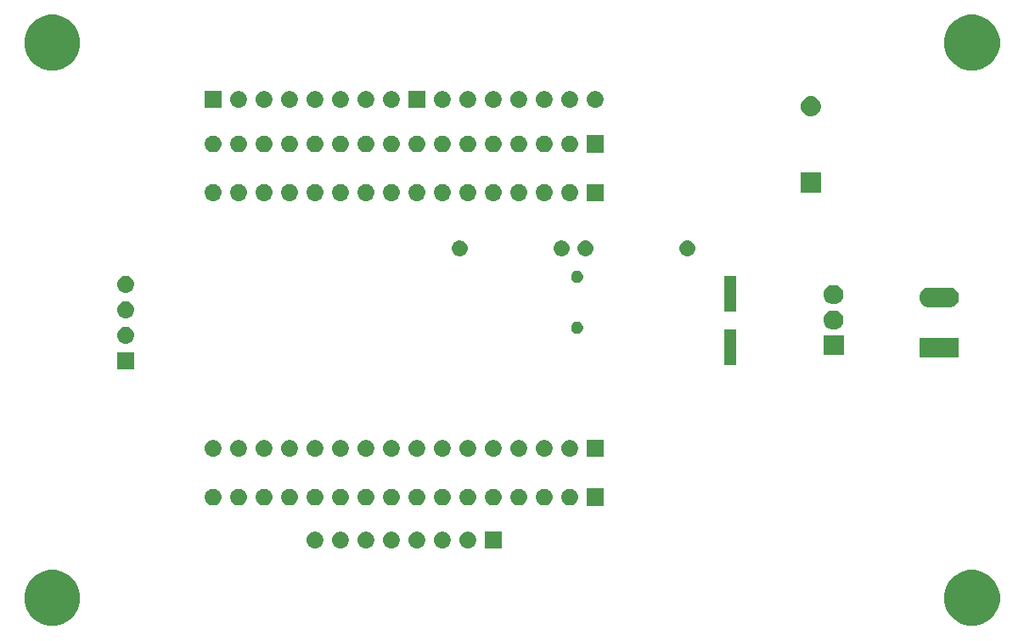
<source format=gbr>
%TF.GenerationSoftware,Flux,Pcbnew,7.0.11-7.0.11~ubuntu20.04.1*%
%TF.CreationDate,2025-03-04T17:49:28+00:00*%
%TF.ProjectId,input,696e7075-742e-46b6-9963-61645f706362,rev?*%
%TF.SameCoordinates,Original*%
%TF.FileFunction,Soldermask,Top*%
%TF.FilePolarity,Negative*%
%FSLAX46Y46*%
G04 Gerber Fmt 4.6, Leading zero omitted, Abs format (unit mm)*
G04 Filename: balance-board-2*
G04 Build it with Flux! Visit our site at: https://www.flux.ai (PCBNEW 7.0.11-7.0.11~ubuntu20.04.1) date 2025-03-04 17:49:28*
%MOMM*%
%LPD*%
G01*
G04 APERTURE LIST*
G04 APERTURE END LIST*
%TO.C,*%
G36*
X-19164620Y18590369D02*
G01*
X-18972453Y18479422D01*
X-18815550Y18322519D01*
X-18704603Y18130353D01*
X-18647172Y17916020D01*
X-18647172Y17694125D01*
X-18704602Y17479791D01*
X-18815549Y17287625D01*
X-18972452Y17130722D01*
X-19164618Y17019774D01*
X-19378952Y16962343D01*
X-19600846Y16962343D01*
X-19815180Y17019774D01*
X-20007347Y17130721D01*
X-20164250Y17287624D01*
X-20275197Y17479790D01*
X-20332628Y17694123D01*
X-20332628Y17916018D01*
X-20275198Y18130352D01*
X-20164251Y18322518D01*
X-20007348Y18479421D01*
X-19815182Y18590369D01*
X-19600848Y18647800D01*
X-19378954Y18647800D01*
X-19164620Y18590369D01*
G37*
G36*
X-14084620Y18590375D02*
G01*
X-13892453Y18479428D01*
X-13735550Y18322525D01*
X-13624603Y18130358D01*
X-13567172Y17916025D01*
X-13567172Y17694130D01*
X-13624602Y17479797D01*
X-13735549Y17287630D01*
X-13892452Y17130727D01*
X-14084618Y17019779D01*
X-14298952Y16962349D01*
X-14520846Y16962348D01*
X-14735180Y17019779D01*
X-14927347Y17130726D01*
X-15084250Y17287629D01*
X-15195197Y17479795D01*
X-15252628Y17694129D01*
X-15252628Y17916023D01*
X-15195198Y18130357D01*
X-15084251Y18322523D01*
X-14927348Y18479427D01*
X-14735182Y18590374D01*
X-14520848Y18647805D01*
X-14298954Y18647805D01*
X-14084620Y18590375D01*
G37*
G36*
X3695380Y18590393D02*
G01*
X3887547Y18479446D01*
X4044450Y18322543D01*
X4155397Y18130377D01*
X4212828Y17916043D01*
X4212828Y17694148D01*
X4155398Y17479815D01*
X4044451Y17287648D01*
X3887548Y17130745D01*
X3695382Y17019798D01*
X3481048Y16962367D01*
X3259154Y16962367D01*
X3044820Y17019797D01*
X2852653Y17130744D01*
X2695750Y17287647D01*
X2584803Y17479813D01*
X2527372Y17694147D01*
X2527372Y17916041D01*
X2584802Y18130375D01*
X2695749Y18322541D01*
X2852652Y18479445D01*
X3044818Y18590392D01*
X3259152Y18647823D01*
X3481046Y18647823D01*
X3695380Y18590393D01*
G37*
G36*
X-26784620Y18590362D02*
G01*
X-26592453Y18479415D01*
X-26435550Y18322512D01*
X-26324603Y18130345D01*
X-26267172Y17916012D01*
X-26267172Y17694117D01*
X-26324602Y17479784D01*
X-26435549Y17287617D01*
X-26592452Y17130714D01*
X-26784618Y17019766D01*
X-26998952Y16962336D01*
X-27220846Y16962335D01*
X-27435180Y17019766D01*
X-27627347Y17130713D01*
X-27784250Y17287616D01*
X-27895197Y17479782D01*
X-27952628Y17694116D01*
X-27952628Y17916010D01*
X-27895198Y18130344D01*
X-27784251Y18322510D01*
X-27627348Y18479414D01*
X-27435182Y18590361D01*
X-27220848Y18647792D01*
X-26998954Y18647792D01*
X-26784620Y18590362D01*
G37*
G36*
X-1384620Y18590388D02*
G01*
X-1192453Y18479441D01*
X-1035550Y18322538D01*
X-924603Y18130371D01*
X-867172Y17916038D01*
X-867172Y17694143D01*
X-924602Y17479810D01*
X-1035549Y17287643D01*
X-1192452Y17130740D01*
X-1384618Y17019792D01*
X-1598952Y16962362D01*
X-1820846Y16962361D01*
X-2035180Y17019792D01*
X-2227347Y17130739D01*
X-2384250Y17287642D01*
X-2495197Y17479808D01*
X-2552628Y17694142D01*
X-2552628Y17916036D01*
X-2495198Y18130370D01*
X-2384251Y18322536D01*
X-2227348Y18479439D01*
X-2035182Y18590387D01*
X-1820848Y18647818D01*
X-1598954Y18647818D01*
X-1384620Y18590388D01*
G37*
G36*
X6235380Y18590395D02*
G01*
X6427547Y18479448D01*
X6584450Y18322545D01*
X6695397Y18130379D01*
X6752828Y17916046D01*
X6752828Y17694151D01*
X6695398Y17479817D01*
X6584451Y17287651D01*
X6427548Y17130748D01*
X6235382Y17019800D01*
X6021048Y16962369D01*
X5799154Y16962369D01*
X5584820Y17019799D01*
X5392653Y17130747D01*
X5235750Y17287650D01*
X5124803Y17479816D01*
X5067372Y17694149D01*
X5067372Y17916044D01*
X5124802Y18130378D01*
X5235749Y18322544D01*
X5392652Y18479447D01*
X5584818Y18590395D01*
X5799152Y18647825D01*
X6021046Y18647826D01*
X6235380Y18590395D01*
G37*
G36*
X-24244620Y18590364D02*
G01*
X-24052453Y18479417D01*
X-23895550Y18322514D01*
X-23784603Y18130348D01*
X-23727172Y17916014D01*
X-23727172Y17694120D01*
X-23784602Y17479786D01*
X-23895549Y17287620D01*
X-24052452Y17130717D01*
X-24244618Y17019769D01*
X-24458952Y16962338D01*
X-24680846Y16962338D01*
X-24895180Y17019768D01*
X-25087347Y17130715D01*
X-25244250Y17287618D01*
X-25355197Y17479785D01*
X-25412628Y17694118D01*
X-25412628Y17916013D01*
X-25355198Y18130346D01*
X-25244251Y18322513D01*
X-25087348Y18479416D01*
X-24895182Y18590364D01*
X-24680848Y18647794D01*
X-24458954Y18647795D01*
X-24244620Y18590364D01*
G37*
G36*
X-3924620Y18590385D02*
G01*
X-3732453Y18479438D01*
X-3575550Y18322535D01*
X-3464603Y18130369D01*
X-3407172Y17916035D01*
X-3407172Y17694141D01*
X-3464602Y17479807D01*
X-3575549Y17287641D01*
X-3732452Y17130737D01*
X-3924618Y17019790D01*
X-4138952Y16962359D01*
X-4360846Y16962359D01*
X-4575180Y17019789D01*
X-4767347Y17130736D01*
X-4924250Y17287639D01*
X-5035197Y17479805D01*
X-5092628Y17694139D01*
X-5092628Y17916033D01*
X-5035198Y18130367D01*
X-4924251Y18322534D01*
X-4767348Y18479437D01*
X-4575182Y18590384D01*
X-4360848Y18647815D01*
X-4138954Y18647815D01*
X-3924620Y18590385D01*
G37*
G36*
X-21704620Y18590367D02*
G01*
X-21512453Y18479420D01*
X-21355550Y18322517D01*
X-21244603Y18130351D01*
X-21187172Y17916017D01*
X-21187172Y17694123D01*
X-21244602Y17479789D01*
X-21355549Y17287622D01*
X-21512452Y17130719D01*
X-21704618Y17019772D01*
X-21918952Y16962341D01*
X-22140846Y16962341D01*
X-22355180Y17019771D01*
X-22547347Y17130718D01*
X-22704250Y17287621D01*
X-22815197Y17479787D01*
X-22872628Y17694121D01*
X-22872628Y17916015D01*
X-22815198Y18130349D01*
X-22704251Y18322515D01*
X-22547348Y18479419D01*
X-22355182Y18590366D01*
X-22140848Y18647797D01*
X-21918954Y18647797D01*
X-21704620Y18590367D01*
G37*
G36*
X9300101Y16955101D02*
G01*
X7600101Y16955099D01*
X7600099Y18655099D01*
X9300099Y18655101D01*
X9300101Y16955101D01*
G37*
G36*
X-29324620Y18590359D02*
G01*
X-29132453Y18479412D01*
X-28975550Y18322509D01*
X-28864603Y18130343D01*
X-28807172Y17916009D01*
X-28807172Y17694115D01*
X-28864602Y17479781D01*
X-28975549Y17287615D01*
X-29132452Y17130711D01*
X-29324618Y17019764D01*
X-29538952Y16962333D01*
X-29760846Y16962333D01*
X-29975180Y17019763D01*
X-30167347Y17130710D01*
X-30324250Y17287613D01*
X-30435197Y17479779D01*
X-30492628Y17694113D01*
X-30492628Y17916008D01*
X-30435198Y18130341D01*
X-30324251Y18322508D01*
X-30167348Y18479411D01*
X-29975182Y18590358D01*
X-29760848Y18647789D01*
X-29538954Y18647789D01*
X-29324620Y18590359D01*
G37*
G36*
X-9004620Y18590380D02*
G01*
X-8812453Y18479433D01*
X-8655550Y18322530D01*
X-8544603Y18130364D01*
X-8487172Y17916030D01*
X-8487172Y17694135D01*
X-8544602Y17479802D01*
X-8655549Y17287635D01*
X-8812452Y17130732D01*
X-9004618Y17019785D01*
X-9218952Y16962354D01*
X-9440846Y16962354D01*
X-9655180Y17019784D01*
X-9847347Y17130731D01*
X-10004250Y17287634D01*
X-10115197Y17479800D01*
X-10172628Y17694134D01*
X-10172628Y17916028D01*
X-10115198Y18130362D01*
X-10004251Y18322528D01*
X-9847348Y18479432D01*
X-9655182Y18590379D01*
X-9440848Y18647810D01*
X-9218954Y18647810D01*
X-9004620Y18590380D01*
G37*
G36*
X-11544620Y18590377D02*
G01*
X-11352453Y18479430D01*
X-11195550Y18322527D01*
X-11084603Y18130361D01*
X-11027172Y17916027D01*
X-11027172Y17694133D01*
X-11084602Y17479799D01*
X-11195549Y17287633D01*
X-11352452Y17130729D01*
X-11544618Y17019782D01*
X-11758952Y16962351D01*
X-11980846Y16962351D01*
X-12195180Y17019781D01*
X-12387347Y17130728D01*
X-12544250Y17287631D01*
X-12655197Y17479798D01*
X-12712628Y17694131D01*
X-12712628Y17916026D01*
X-12655198Y18130359D01*
X-12544251Y18322526D01*
X-12387348Y18479429D01*
X-12195182Y18590377D01*
X-11980848Y18647807D01*
X-11758954Y18647808D01*
X-11544620Y18590377D01*
G37*
G36*
X-16624620Y18590372D02*
G01*
X-16432453Y18479425D01*
X-16275550Y18322522D01*
X-16164603Y18130356D01*
X-16107172Y17916022D01*
X-16107172Y17694128D01*
X-16164602Y17479794D01*
X-16275549Y17287628D01*
X-16432452Y17130724D01*
X-16624618Y17019777D01*
X-16838952Y16962346D01*
X-17060846Y16962346D01*
X-17275180Y17019776D01*
X-17467347Y17130723D01*
X-17624250Y17287626D01*
X-17735197Y17479792D01*
X-17792628Y17694126D01*
X-17792628Y17916021D01*
X-17735198Y18130354D01*
X-17624251Y18322521D01*
X-17467348Y18479424D01*
X-17275182Y18590371D01*
X-17060848Y18647802D01*
X-16838954Y18647802D01*
X-16624620Y18590372D01*
G37*
G36*
X-6464620Y18590382D02*
G01*
X-6272453Y18479435D01*
X-6115550Y18322532D01*
X-6004603Y18130366D01*
X-5947172Y17916033D01*
X-5947172Y17694138D01*
X-6004602Y17479804D01*
X-6115549Y17287638D01*
X-6272452Y17130735D01*
X-6464618Y17019787D01*
X-6678952Y16962356D01*
X-6900846Y16962356D01*
X-7115180Y17019787D01*
X-7307347Y17130734D01*
X-7464250Y17287637D01*
X-7575197Y17479803D01*
X-7632628Y17694136D01*
X-7632628Y17916031D01*
X-7575198Y18130365D01*
X-7464251Y18322531D01*
X-7307348Y18479434D01*
X-7115182Y18590382D01*
X-6900848Y18647812D01*
X-6678954Y18647813D01*
X-6464620Y18590382D01*
G37*
G36*
X1155380Y18590390D02*
G01*
X1347547Y18479443D01*
X1504450Y18322540D01*
X1615397Y18130374D01*
X1672828Y17916040D01*
X1672828Y17694146D01*
X1615398Y17479812D01*
X1504451Y17287646D01*
X1347548Y17130742D01*
X1155382Y17019795D01*
X941048Y16962364D01*
X719154Y16962364D01*
X504820Y17019794D01*
X312653Y17130741D01*
X155750Y17287644D01*
X44803Y17479811D01*
X-12628Y17694144D01*
X-12628Y17916039D01*
X44802Y18130372D01*
X155749Y18322539D01*
X312652Y18479442D01*
X504818Y18590390D01*
X719152Y18647820D01*
X941046Y18647820D01*
X1155380Y18590390D01*
G37*
G36*
X-19164620Y13757869D02*
G01*
X-18972453Y13646922D01*
X-18815550Y13490019D01*
X-18704603Y13297853D01*
X-18647172Y13083520D01*
X-18647172Y12861625D01*
X-18704602Y12647291D01*
X-18815549Y12455125D01*
X-18972452Y12298222D01*
X-19164618Y12187274D01*
X-19378952Y12129843D01*
X-19600846Y12129843D01*
X-19815180Y12187274D01*
X-20007347Y12298221D01*
X-20164250Y12455124D01*
X-20275197Y12647290D01*
X-20332628Y12861623D01*
X-20332628Y13083518D01*
X-20275198Y13297852D01*
X-20164251Y13490018D01*
X-20007348Y13646921D01*
X-19815182Y13757869D01*
X-19600848Y13815300D01*
X-19378954Y13815300D01*
X-19164620Y13757869D01*
G37*
G36*
X-14084620Y13757875D02*
G01*
X-13892453Y13646928D01*
X-13735550Y13490025D01*
X-13624603Y13297858D01*
X-13567172Y13083525D01*
X-13567172Y12861630D01*
X-13624602Y12647297D01*
X-13735549Y12455130D01*
X-13892452Y12298227D01*
X-14084618Y12187279D01*
X-14298952Y12129849D01*
X-14520846Y12129848D01*
X-14735180Y12187279D01*
X-14927347Y12298226D01*
X-15084250Y12455129D01*
X-15195197Y12647295D01*
X-15252628Y12861629D01*
X-15252628Y13083523D01*
X-15195198Y13297857D01*
X-15084251Y13490023D01*
X-14927348Y13646927D01*
X-14735182Y13757874D01*
X-14520848Y13815305D01*
X-14298954Y13815305D01*
X-14084620Y13757875D01*
G37*
G36*
X3695380Y13757893D02*
G01*
X3887547Y13646946D01*
X4044450Y13490043D01*
X4155397Y13297877D01*
X4212828Y13083543D01*
X4212828Y12861648D01*
X4155398Y12647315D01*
X4044451Y12455148D01*
X3887548Y12298245D01*
X3695382Y12187298D01*
X3481048Y12129867D01*
X3259154Y12129867D01*
X3044820Y12187297D01*
X2852653Y12298244D01*
X2695750Y12455147D01*
X2584803Y12647313D01*
X2527372Y12861647D01*
X2527372Y13083541D01*
X2584802Y13297875D01*
X2695749Y13490041D01*
X2852652Y13646945D01*
X3044818Y13757892D01*
X3259152Y13815323D01*
X3481046Y13815323D01*
X3695380Y13757893D01*
G37*
G36*
X-26784620Y13757862D02*
G01*
X-26592453Y13646915D01*
X-26435550Y13490012D01*
X-26324603Y13297845D01*
X-26267172Y13083512D01*
X-26267172Y12861617D01*
X-26324602Y12647284D01*
X-26435549Y12455117D01*
X-26592452Y12298214D01*
X-26784618Y12187266D01*
X-26998952Y12129836D01*
X-27220846Y12129835D01*
X-27435180Y12187266D01*
X-27627347Y12298213D01*
X-27784250Y12455116D01*
X-27895197Y12647282D01*
X-27952628Y12861616D01*
X-27952628Y13083510D01*
X-27895198Y13297844D01*
X-27784251Y13490010D01*
X-27627348Y13646914D01*
X-27435182Y13757861D01*
X-27220848Y13815292D01*
X-26998954Y13815292D01*
X-26784620Y13757862D01*
G37*
G36*
X-1384620Y13757888D02*
G01*
X-1192453Y13646941D01*
X-1035550Y13490038D01*
X-924603Y13297871D01*
X-867172Y13083538D01*
X-867172Y12861643D01*
X-924602Y12647310D01*
X-1035549Y12455143D01*
X-1192452Y12298240D01*
X-1384618Y12187292D01*
X-1598952Y12129862D01*
X-1820846Y12129861D01*
X-2035180Y12187292D01*
X-2227347Y12298239D01*
X-2384250Y12455142D01*
X-2495197Y12647308D01*
X-2552628Y12861642D01*
X-2552628Y13083536D01*
X-2495198Y13297870D01*
X-2384251Y13490036D01*
X-2227348Y13646939D01*
X-2035182Y13757887D01*
X-1820848Y13815318D01*
X-1598954Y13815318D01*
X-1384620Y13757888D01*
G37*
G36*
X6235380Y13757895D02*
G01*
X6427547Y13646948D01*
X6584450Y13490045D01*
X6695397Y13297879D01*
X6752828Y13083546D01*
X6752828Y12861651D01*
X6695398Y12647317D01*
X6584451Y12455151D01*
X6427548Y12298248D01*
X6235382Y12187300D01*
X6021048Y12129869D01*
X5799154Y12129869D01*
X5584820Y12187299D01*
X5392653Y12298247D01*
X5235750Y12455150D01*
X5124803Y12647316D01*
X5067372Y12861649D01*
X5067372Y13083544D01*
X5124802Y13297878D01*
X5235749Y13490044D01*
X5392652Y13646947D01*
X5584818Y13757895D01*
X5799152Y13815325D01*
X6021046Y13815326D01*
X6235380Y13757895D01*
G37*
G36*
X-24244620Y13757864D02*
G01*
X-24052453Y13646917D01*
X-23895550Y13490014D01*
X-23784603Y13297848D01*
X-23727172Y13083514D01*
X-23727172Y12861620D01*
X-23784602Y12647286D01*
X-23895549Y12455120D01*
X-24052452Y12298217D01*
X-24244618Y12187269D01*
X-24458952Y12129838D01*
X-24680846Y12129838D01*
X-24895180Y12187268D01*
X-25087347Y12298215D01*
X-25244250Y12455118D01*
X-25355197Y12647285D01*
X-25412628Y12861618D01*
X-25412628Y13083513D01*
X-25355198Y13297846D01*
X-25244251Y13490013D01*
X-25087348Y13646916D01*
X-24895182Y13757864D01*
X-24680848Y13815294D01*
X-24458954Y13815295D01*
X-24244620Y13757864D01*
G37*
G36*
X-3924620Y13757885D02*
G01*
X-3732453Y13646938D01*
X-3575550Y13490035D01*
X-3464603Y13297869D01*
X-3407172Y13083535D01*
X-3407172Y12861641D01*
X-3464602Y12647307D01*
X-3575549Y12455141D01*
X-3732452Y12298237D01*
X-3924618Y12187290D01*
X-4138952Y12129859D01*
X-4360846Y12129859D01*
X-4575180Y12187289D01*
X-4767347Y12298236D01*
X-4924250Y12455139D01*
X-5035197Y12647305D01*
X-5092628Y12861639D01*
X-5092628Y13083533D01*
X-5035198Y13297867D01*
X-4924251Y13490034D01*
X-4767348Y13646937D01*
X-4575182Y13757884D01*
X-4360848Y13815315D01*
X-4138954Y13815315D01*
X-3924620Y13757885D01*
G37*
G36*
X-21704620Y13757867D02*
G01*
X-21512453Y13646920D01*
X-21355550Y13490017D01*
X-21244603Y13297851D01*
X-21187172Y13083517D01*
X-21187172Y12861623D01*
X-21244602Y12647289D01*
X-21355549Y12455122D01*
X-21512452Y12298219D01*
X-21704618Y12187272D01*
X-21918952Y12129841D01*
X-22140846Y12129841D01*
X-22355180Y12187271D01*
X-22547347Y12298218D01*
X-22704250Y12455121D01*
X-22815197Y12647287D01*
X-22872628Y12861621D01*
X-22872628Y13083515D01*
X-22815198Y13297849D01*
X-22704251Y13490015D01*
X-22547348Y13646919D01*
X-22355182Y13757866D01*
X-22140848Y13815297D01*
X-21918954Y13815297D01*
X-21704620Y13757867D01*
G37*
G36*
X9300101Y12122601D02*
G01*
X7600101Y12122599D01*
X7600099Y13822599D01*
X9300099Y13822601D01*
X9300101Y12122601D01*
G37*
G36*
X-29324620Y13757859D02*
G01*
X-29132453Y13646912D01*
X-28975550Y13490009D01*
X-28864603Y13297843D01*
X-28807172Y13083509D01*
X-28807172Y12861615D01*
X-28864602Y12647281D01*
X-28975549Y12455115D01*
X-29132452Y12298211D01*
X-29324618Y12187264D01*
X-29538952Y12129833D01*
X-29760846Y12129833D01*
X-29975180Y12187263D01*
X-30167347Y12298210D01*
X-30324250Y12455113D01*
X-30435197Y12647279D01*
X-30492628Y12861613D01*
X-30492628Y13083508D01*
X-30435198Y13297841D01*
X-30324251Y13490008D01*
X-30167348Y13646911D01*
X-29975182Y13757858D01*
X-29760848Y13815289D01*
X-29538954Y13815289D01*
X-29324620Y13757859D01*
G37*
G36*
X-9004620Y13757880D02*
G01*
X-8812453Y13646933D01*
X-8655550Y13490030D01*
X-8544603Y13297864D01*
X-8487172Y13083530D01*
X-8487172Y12861635D01*
X-8544602Y12647302D01*
X-8655549Y12455135D01*
X-8812452Y12298232D01*
X-9004618Y12187285D01*
X-9218952Y12129854D01*
X-9440846Y12129854D01*
X-9655180Y12187284D01*
X-9847347Y12298231D01*
X-10004250Y12455134D01*
X-10115197Y12647300D01*
X-10172628Y12861634D01*
X-10172628Y13083528D01*
X-10115198Y13297862D01*
X-10004251Y13490028D01*
X-9847348Y13646932D01*
X-9655182Y13757879D01*
X-9440848Y13815310D01*
X-9218954Y13815310D01*
X-9004620Y13757880D01*
G37*
G36*
X-11544620Y13757877D02*
G01*
X-11352453Y13646930D01*
X-11195550Y13490027D01*
X-11084603Y13297861D01*
X-11027172Y13083527D01*
X-11027172Y12861633D01*
X-11084602Y12647299D01*
X-11195549Y12455133D01*
X-11352452Y12298229D01*
X-11544618Y12187282D01*
X-11758952Y12129851D01*
X-11980846Y12129851D01*
X-12195180Y12187281D01*
X-12387347Y12298228D01*
X-12544250Y12455131D01*
X-12655197Y12647298D01*
X-12712628Y12861631D01*
X-12712628Y13083526D01*
X-12655198Y13297859D01*
X-12544251Y13490026D01*
X-12387348Y13646929D01*
X-12195182Y13757877D01*
X-11980848Y13815307D01*
X-11758954Y13815308D01*
X-11544620Y13757877D01*
G37*
G36*
X-16624620Y13757872D02*
G01*
X-16432453Y13646925D01*
X-16275550Y13490022D01*
X-16164603Y13297856D01*
X-16107172Y13083522D01*
X-16107172Y12861628D01*
X-16164602Y12647294D01*
X-16275549Y12455128D01*
X-16432452Y12298224D01*
X-16624618Y12187277D01*
X-16838952Y12129846D01*
X-17060846Y12129846D01*
X-17275180Y12187276D01*
X-17467347Y12298223D01*
X-17624250Y12455126D01*
X-17735197Y12647292D01*
X-17792628Y12861626D01*
X-17792628Y13083521D01*
X-17735198Y13297854D01*
X-17624251Y13490021D01*
X-17467348Y13646924D01*
X-17275182Y13757871D01*
X-17060848Y13815302D01*
X-16838954Y13815302D01*
X-16624620Y13757872D01*
G37*
G36*
X-6464620Y13757882D02*
G01*
X-6272453Y13646935D01*
X-6115550Y13490032D01*
X-6004603Y13297866D01*
X-5947172Y13083533D01*
X-5947172Y12861638D01*
X-6004602Y12647304D01*
X-6115549Y12455138D01*
X-6272452Y12298235D01*
X-6464618Y12187287D01*
X-6678952Y12129856D01*
X-6900846Y12129856D01*
X-7115180Y12187287D01*
X-7307347Y12298234D01*
X-7464250Y12455137D01*
X-7575197Y12647303D01*
X-7632628Y12861636D01*
X-7632628Y13083531D01*
X-7575198Y13297865D01*
X-7464251Y13490031D01*
X-7307348Y13646934D01*
X-7115182Y13757882D01*
X-6900848Y13815312D01*
X-6678954Y13815313D01*
X-6464620Y13757882D01*
G37*
G36*
X1155380Y13757890D02*
G01*
X1347547Y13646943D01*
X1504450Y13490040D01*
X1615397Y13297874D01*
X1672828Y13083540D01*
X1672828Y12861646D01*
X1615398Y12647312D01*
X1504451Y12455146D01*
X1347548Y12298242D01*
X1155382Y12187295D01*
X941048Y12129864D01*
X719154Y12129864D01*
X504820Y12187294D01*
X312653Y12298241D01*
X155750Y12455144D01*
X44803Y12647311D01*
X-12628Y12861644D01*
X-12628Y13083539D01*
X44802Y13297872D01*
X155749Y13490039D01*
X312652Y13646942D01*
X504818Y13757890D01*
X719152Y13815320D01*
X941046Y13815320D01*
X1155380Y13757890D01*
G37*
G36*
X-19164620Y-16633431D02*
G01*
X-18972453Y-16744378D01*
X-18815550Y-16901281D01*
X-18704603Y-17093447D01*
X-18647172Y-17307780D01*
X-18647172Y-17529675D01*
X-18704602Y-17744009D01*
X-18815549Y-17936175D01*
X-18972452Y-18093078D01*
X-19164618Y-18204026D01*
X-19378952Y-18261457D01*
X-19600846Y-18261457D01*
X-19815180Y-18204026D01*
X-20007347Y-18093079D01*
X-20164250Y-17936176D01*
X-20275197Y-17744010D01*
X-20332628Y-17529677D01*
X-20332628Y-17307782D01*
X-20275198Y-17093448D01*
X-20164251Y-16901282D01*
X-20007348Y-16744379D01*
X-19815182Y-16633431D01*
X-19600848Y-16576000D01*
X-19378954Y-16576000D01*
X-19164620Y-16633431D01*
G37*
G36*
X-14084620Y-16633425D02*
G01*
X-13892453Y-16744372D01*
X-13735550Y-16901275D01*
X-13624603Y-17093442D01*
X-13567172Y-17307775D01*
X-13567172Y-17529670D01*
X-13624602Y-17744003D01*
X-13735549Y-17936170D01*
X-13892452Y-18093073D01*
X-14084618Y-18204021D01*
X-14298952Y-18261451D01*
X-14520846Y-18261452D01*
X-14735180Y-18204021D01*
X-14927347Y-18093074D01*
X-15084250Y-17936171D01*
X-15195197Y-17744005D01*
X-15252628Y-17529671D01*
X-15252628Y-17307777D01*
X-15195198Y-17093443D01*
X-15084251Y-16901277D01*
X-14927348Y-16744373D01*
X-14735182Y-16633426D01*
X-14520848Y-16575995D01*
X-14298954Y-16575995D01*
X-14084620Y-16633425D01*
G37*
G36*
X3695380Y-16633407D02*
G01*
X3887547Y-16744354D01*
X4044450Y-16901257D01*
X4155397Y-17093423D01*
X4212828Y-17307757D01*
X4212828Y-17529652D01*
X4155398Y-17743985D01*
X4044451Y-17936152D01*
X3887548Y-18093055D01*
X3695382Y-18204002D01*
X3481048Y-18261433D01*
X3259154Y-18261433D01*
X3044820Y-18204003D01*
X2852653Y-18093056D01*
X2695750Y-17936153D01*
X2584803Y-17743987D01*
X2527372Y-17529653D01*
X2527372Y-17307759D01*
X2584802Y-17093425D01*
X2695749Y-16901259D01*
X2852652Y-16744355D01*
X3044818Y-16633408D01*
X3259152Y-16575977D01*
X3481046Y-16575977D01*
X3695380Y-16633407D01*
G37*
G36*
X-26784620Y-16633438D02*
G01*
X-26592453Y-16744385D01*
X-26435550Y-16901288D01*
X-26324603Y-17093455D01*
X-26267172Y-17307788D01*
X-26267172Y-17529683D01*
X-26324602Y-17744016D01*
X-26435549Y-17936183D01*
X-26592452Y-18093086D01*
X-26784618Y-18204034D01*
X-26998952Y-18261464D01*
X-27220846Y-18261465D01*
X-27435180Y-18204034D01*
X-27627347Y-18093087D01*
X-27784250Y-17936184D01*
X-27895197Y-17744018D01*
X-27952628Y-17529684D01*
X-27952628Y-17307790D01*
X-27895198Y-17093456D01*
X-27784251Y-16901290D01*
X-27627348Y-16744386D01*
X-27435182Y-16633439D01*
X-27220848Y-16576008D01*
X-26998954Y-16576008D01*
X-26784620Y-16633438D01*
G37*
G36*
X-1384620Y-16633412D02*
G01*
X-1192453Y-16744359D01*
X-1035550Y-16901262D01*
X-924603Y-17093429D01*
X-867172Y-17307762D01*
X-867172Y-17529657D01*
X-924602Y-17743990D01*
X-1035549Y-17936157D01*
X-1192452Y-18093060D01*
X-1384618Y-18204008D01*
X-1598952Y-18261438D01*
X-1820846Y-18261439D01*
X-2035180Y-18204008D01*
X-2227347Y-18093061D01*
X-2384250Y-17936158D01*
X-2495197Y-17743992D01*
X-2552628Y-17529658D01*
X-2552628Y-17307764D01*
X-2495198Y-17093430D01*
X-2384251Y-16901264D01*
X-2227348Y-16744361D01*
X-2035182Y-16633413D01*
X-1820848Y-16575982D01*
X-1598954Y-16575982D01*
X-1384620Y-16633412D01*
G37*
G36*
X6235380Y-16633405D02*
G01*
X6427547Y-16744352D01*
X6584450Y-16901255D01*
X6695397Y-17093421D01*
X6752828Y-17307754D01*
X6752828Y-17529649D01*
X6695398Y-17743983D01*
X6584451Y-17936149D01*
X6427548Y-18093052D01*
X6235382Y-18204000D01*
X6021048Y-18261431D01*
X5799154Y-18261431D01*
X5584820Y-18204001D01*
X5392653Y-18093053D01*
X5235750Y-17936150D01*
X5124803Y-17743984D01*
X5067372Y-17529651D01*
X5067372Y-17307756D01*
X5124802Y-17093422D01*
X5235749Y-16901256D01*
X5392652Y-16744353D01*
X5584818Y-16633405D01*
X5799152Y-16575975D01*
X6021046Y-16575974D01*
X6235380Y-16633405D01*
G37*
G36*
X-24244620Y-16633436D02*
G01*
X-24052453Y-16744383D01*
X-23895550Y-16901286D01*
X-23784603Y-17093452D01*
X-23727172Y-17307786D01*
X-23727172Y-17529680D01*
X-23784602Y-17744014D01*
X-23895549Y-17936180D01*
X-24052452Y-18093083D01*
X-24244618Y-18204031D01*
X-24458952Y-18261462D01*
X-24680846Y-18261462D01*
X-24895180Y-18204032D01*
X-25087347Y-18093085D01*
X-25244250Y-17936182D01*
X-25355197Y-17744015D01*
X-25412628Y-17529682D01*
X-25412628Y-17307787D01*
X-25355198Y-17093454D01*
X-25244251Y-16901287D01*
X-25087348Y-16744384D01*
X-24895182Y-16633436D01*
X-24680848Y-16576006D01*
X-24458954Y-16576005D01*
X-24244620Y-16633436D01*
G37*
G36*
X-3924620Y-16633415D02*
G01*
X-3732453Y-16744362D01*
X-3575550Y-16901265D01*
X-3464603Y-17093431D01*
X-3407172Y-17307765D01*
X-3407172Y-17529659D01*
X-3464602Y-17743993D01*
X-3575549Y-17936159D01*
X-3732452Y-18093063D01*
X-3924618Y-18204010D01*
X-4138952Y-18261441D01*
X-4360846Y-18261441D01*
X-4575180Y-18204011D01*
X-4767347Y-18093064D01*
X-4924250Y-17936161D01*
X-5035197Y-17743995D01*
X-5092628Y-17529661D01*
X-5092628Y-17307767D01*
X-5035198Y-17093433D01*
X-4924251Y-16901266D01*
X-4767348Y-16744363D01*
X-4575182Y-16633416D01*
X-4360848Y-16575985D01*
X-4138954Y-16575985D01*
X-3924620Y-16633415D01*
G37*
G36*
X-21704620Y-16633433D02*
G01*
X-21512453Y-16744380D01*
X-21355550Y-16901283D01*
X-21244603Y-17093449D01*
X-21187172Y-17307783D01*
X-21187172Y-17529677D01*
X-21244602Y-17744011D01*
X-21355549Y-17936178D01*
X-21512452Y-18093081D01*
X-21704618Y-18204028D01*
X-21918952Y-18261459D01*
X-22140846Y-18261459D01*
X-22355180Y-18204029D01*
X-22547347Y-18093082D01*
X-22704250Y-17936179D01*
X-22815197Y-17744013D01*
X-22872628Y-17529679D01*
X-22872628Y-17307785D01*
X-22815198Y-17093451D01*
X-22704251Y-16901285D01*
X-22547348Y-16744381D01*
X-22355182Y-16633434D01*
X-22140848Y-16576003D01*
X-21918954Y-16576003D01*
X-21704620Y-16633433D01*
G37*
G36*
X9300101Y-18268699D02*
G01*
X7600101Y-18268701D01*
X7600099Y-16568701D01*
X9300099Y-16568699D01*
X9300101Y-18268699D01*
G37*
G36*
X-29324620Y-16633441D02*
G01*
X-29132453Y-16744388D01*
X-28975550Y-16901291D01*
X-28864603Y-17093457D01*
X-28807172Y-17307791D01*
X-28807172Y-17529685D01*
X-28864602Y-17744019D01*
X-28975549Y-17936185D01*
X-29132452Y-18093089D01*
X-29324618Y-18204036D01*
X-29538952Y-18261467D01*
X-29760846Y-18261467D01*
X-29975180Y-18204037D01*
X-30167347Y-18093090D01*
X-30324250Y-17936187D01*
X-30435197Y-17744021D01*
X-30492628Y-17529687D01*
X-30492628Y-17307792D01*
X-30435198Y-17093459D01*
X-30324251Y-16901292D01*
X-30167348Y-16744389D01*
X-29975182Y-16633442D01*
X-29760848Y-16576011D01*
X-29538954Y-16576011D01*
X-29324620Y-16633441D01*
G37*
G36*
X-9004620Y-16633420D02*
G01*
X-8812453Y-16744367D01*
X-8655550Y-16901270D01*
X-8544603Y-17093436D01*
X-8487172Y-17307770D01*
X-8487172Y-17529665D01*
X-8544602Y-17743998D01*
X-8655549Y-17936165D01*
X-8812452Y-18093068D01*
X-9004618Y-18204015D01*
X-9218952Y-18261446D01*
X-9440846Y-18261446D01*
X-9655180Y-18204016D01*
X-9847347Y-18093069D01*
X-10004250Y-17936166D01*
X-10115197Y-17744000D01*
X-10172628Y-17529666D01*
X-10172628Y-17307772D01*
X-10115198Y-17093438D01*
X-10004251Y-16901272D01*
X-9847348Y-16744368D01*
X-9655182Y-16633421D01*
X-9440848Y-16575990D01*
X-9218954Y-16575990D01*
X-9004620Y-16633420D01*
G37*
G36*
X-11544620Y-16633423D02*
G01*
X-11352453Y-16744370D01*
X-11195550Y-16901273D01*
X-11084603Y-17093439D01*
X-11027172Y-17307773D01*
X-11027172Y-17529667D01*
X-11084602Y-17744001D01*
X-11195549Y-17936167D01*
X-11352452Y-18093071D01*
X-11544618Y-18204018D01*
X-11758952Y-18261449D01*
X-11980846Y-18261449D01*
X-12195180Y-18204019D01*
X-12387347Y-18093072D01*
X-12544250Y-17936169D01*
X-12655197Y-17744002D01*
X-12712628Y-17529669D01*
X-12712628Y-17307774D01*
X-12655198Y-17093441D01*
X-12544251Y-16901274D01*
X-12387348Y-16744371D01*
X-12195182Y-16633423D01*
X-11980848Y-16575993D01*
X-11758954Y-16575992D01*
X-11544620Y-16633423D01*
G37*
G36*
X-16624620Y-16633428D02*
G01*
X-16432453Y-16744375D01*
X-16275550Y-16901278D01*
X-16164603Y-17093444D01*
X-16107172Y-17307778D01*
X-16107172Y-17529672D01*
X-16164602Y-17744006D01*
X-16275549Y-17936172D01*
X-16432452Y-18093076D01*
X-16624618Y-18204023D01*
X-16838952Y-18261454D01*
X-17060846Y-18261454D01*
X-17275180Y-18204024D01*
X-17467347Y-18093077D01*
X-17624250Y-17936174D01*
X-17735197Y-17744008D01*
X-17792628Y-17529674D01*
X-17792628Y-17307779D01*
X-17735198Y-17093446D01*
X-17624251Y-16901279D01*
X-17467348Y-16744376D01*
X-17275182Y-16633429D01*
X-17060848Y-16575998D01*
X-16838954Y-16575998D01*
X-16624620Y-16633428D01*
G37*
G36*
X-6464620Y-16633418D02*
G01*
X-6272453Y-16744365D01*
X-6115550Y-16901268D01*
X-6004603Y-17093434D01*
X-5947172Y-17307767D01*
X-5947172Y-17529662D01*
X-6004602Y-17743996D01*
X-6115549Y-17936162D01*
X-6272452Y-18093065D01*
X-6464618Y-18204013D01*
X-6678952Y-18261444D01*
X-6900846Y-18261444D01*
X-7115180Y-18204013D01*
X-7307347Y-18093066D01*
X-7464250Y-17936163D01*
X-7575197Y-17743997D01*
X-7632628Y-17529664D01*
X-7632628Y-17307769D01*
X-7575198Y-17093435D01*
X-7464251Y-16901269D01*
X-7307348Y-16744366D01*
X-7115182Y-16633418D01*
X-6900848Y-16575988D01*
X-6678954Y-16575987D01*
X-6464620Y-16633418D01*
G37*
G36*
X1155380Y-16633410D02*
G01*
X1347547Y-16744357D01*
X1504450Y-16901260D01*
X1615397Y-17093426D01*
X1672828Y-17307760D01*
X1672828Y-17529654D01*
X1615398Y-17743988D01*
X1504451Y-17936154D01*
X1347548Y-18093058D01*
X1155382Y-18204005D01*
X941048Y-18261436D01*
X719154Y-18261436D01*
X504820Y-18204006D01*
X312653Y-18093059D01*
X155750Y-17936156D01*
X44803Y-17743989D01*
X-12628Y-17529656D01*
X-12628Y-17307761D01*
X44802Y-17093428D01*
X155749Y-16901261D01*
X312652Y-16744358D01*
X504818Y-16633410D01*
X719152Y-16575980D01*
X941046Y-16575980D01*
X1155380Y-16633410D01*
G37*
G36*
X-19164620Y-11766331D02*
G01*
X-18972453Y-11877278D01*
X-18815550Y-12034181D01*
X-18704603Y-12226347D01*
X-18647172Y-12440680D01*
X-18647172Y-12662575D01*
X-18704602Y-12876909D01*
X-18815549Y-13069075D01*
X-18972452Y-13225978D01*
X-19164618Y-13336926D01*
X-19378952Y-13394357D01*
X-19600846Y-13394357D01*
X-19815180Y-13336926D01*
X-20007347Y-13225979D01*
X-20164250Y-13069076D01*
X-20275197Y-12876910D01*
X-20332628Y-12662577D01*
X-20332628Y-12440682D01*
X-20275198Y-12226348D01*
X-20164251Y-12034182D01*
X-20007348Y-11877279D01*
X-19815182Y-11766331D01*
X-19600848Y-11708900D01*
X-19378954Y-11708900D01*
X-19164620Y-11766331D01*
G37*
G36*
X-14084620Y-11766325D02*
G01*
X-13892453Y-11877272D01*
X-13735550Y-12034175D01*
X-13624603Y-12226342D01*
X-13567172Y-12440675D01*
X-13567172Y-12662570D01*
X-13624602Y-12876903D01*
X-13735549Y-13069070D01*
X-13892452Y-13225973D01*
X-14084618Y-13336921D01*
X-14298952Y-13394351D01*
X-14520846Y-13394352D01*
X-14735180Y-13336921D01*
X-14927347Y-13225974D01*
X-15084250Y-13069071D01*
X-15195197Y-12876905D01*
X-15252628Y-12662571D01*
X-15252628Y-12440677D01*
X-15195198Y-12226343D01*
X-15084251Y-12034177D01*
X-14927348Y-11877273D01*
X-14735182Y-11766326D01*
X-14520848Y-11708895D01*
X-14298954Y-11708895D01*
X-14084620Y-11766325D01*
G37*
G36*
X3695380Y-11766307D02*
G01*
X3887547Y-11877254D01*
X4044450Y-12034157D01*
X4155397Y-12226323D01*
X4212828Y-12440657D01*
X4212828Y-12662552D01*
X4155398Y-12876885D01*
X4044451Y-13069052D01*
X3887548Y-13225955D01*
X3695382Y-13336902D01*
X3481048Y-13394333D01*
X3259154Y-13394333D01*
X3044820Y-13336903D01*
X2852653Y-13225956D01*
X2695750Y-13069053D01*
X2584803Y-12876887D01*
X2527372Y-12662553D01*
X2527372Y-12440659D01*
X2584802Y-12226325D01*
X2695749Y-12034159D01*
X2852652Y-11877255D01*
X3044818Y-11766308D01*
X3259152Y-11708877D01*
X3481046Y-11708877D01*
X3695380Y-11766307D01*
G37*
G36*
X-26784620Y-11766338D02*
G01*
X-26592453Y-11877285D01*
X-26435550Y-12034188D01*
X-26324603Y-12226355D01*
X-26267172Y-12440688D01*
X-26267172Y-12662583D01*
X-26324602Y-12876916D01*
X-26435549Y-13069083D01*
X-26592452Y-13225986D01*
X-26784618Y-13336934D01*
X-26998952Y-13394364D01*
X-27220846Y-13394365D01*
X-27435180Y-13336934D01*
X-27627347Y-13225987D01*
X-27784250Y-13069084D01*
X-27895197Y-12876918D01*
X-27952628Y-12662584D01*
X-27952628Y-12440690D01*
X-27895198Y-12226356D01*
X-27784251Y-12034190D01*
X-27627348Y-11877286D01*
X-27435182Y-11766339D01*
X-27220848Y-11708908D01*
X-26998954Y-11708908D01*
X-26784620Y-11766338D01*
G37*
G36*
X-1384620Y-11766312D02*
G01*
X-1192453Y-11877259D01*
X-1035550Y-12034162D01*
X-924603Y-12226329D01*
X-867172Y-12440662D01*
X-867172Y-12662557D01*
X-924602Y-12876890D01*
X-1035549Y-13069057D01*
X-1192452Y-13225960D01*
X-1384618Y-13336908D01*
X-1598952Y-13394338D01*
X-1820846Y-13394339D01*
X-2035180Y-13336908D01*
X-2227347Y-13225961D01*
X-2384250Y-13069058D01*
X-2495197Y-12876892D01*
X-2552628Y-12662558D01*
X-2552628Y-12440664D01*
X-2495198Y-12226330D01*
X-2384251Y-12034164D01*
X-2227348Y-11877261D01*
X-2035182Y-11766313D01*
X-1820848Y-11708882D01*
X-1598954Y-11708882D01*
X-1384620Y-11766312D01*
G37*
G36*
X6235380Y-11766305D02*
G01*
X6427547Y-11877252D01*
X6584450Y-12034155D01*
X6695397Y-12226321D01*
X6752828Y-12440654D01*
X6752828Y-12662549D01*
X6695398Y-12876883D01*
X6584451Y-13069049D01*
X6427548Y-13225952D01*
X6235382Y-13336900D01*
X6021048Y-13394331D01*
X5799154Y-13394331D01*
X5584820Y-13336901D01*
X5392653Y-13225953D01*
X5235750Y-13069050D01*
X5124803Y-12876884D01*
X5067372Y-12662551D01*
X5067372Y-12440656D01*
X5124802Y-12226322D01*
X5235749Y-12034156D01*
X5392652Y-11877253D01*
X5584818Y-11766305D01*
X5799152Y-11708875D01*
X6021046Y-11708874D01*
X6235380Y-11766305D01*
G37*
G36*
X-24244620Y-11766336D02*
G01*
X-24052453Y-11877283D01*
X-23895550Y-12034186D01*
X-23784603Y-12226352D01*
X-23727172Y-12440686D01*
X-23727172Y-12662580D01*
X-23784602Y-12876914D01*
X-23895549Y-13069080D01*
X-24052452Y-13225983D01*
X-24244618Y-13336931D01*
X-24458952Y-13394362D01*
X-24680846Y-13394362D01*
X-24895180Y-13336932D01*
X-25087347Y-13225985D01*
X-25244250Y-13069082D01*
X-25355197Y-12876915D01*
X-25412628Y-12662582D01*
X-25412628Y-12440687D01*
X-25355198Y-12226354D01*
X-25244251Y-12034187D01*
X-25087348Y-11877284D01*
X-24895182Y-11766336D01*
X-24680848Y-11708906D01*
X-24458954Y-11708905D01*
X-24244620Y-11766336D01*
G37*
G36*
X-3924620Y-11766315D02*
G01*
X-3732453Y-11877262D01*
X-3575550Y-12034165D01*
X-3464603Y-12226331D01*
X-3407172Y-12440665D01*
X-3407172Y-12662559D01*
X-3464602Y-12876893D01*
X-3575549Y-13069059D01*
X-3732452Y-13225963D01*
X-3924618Y-13336910D01*
X-4138952Y-13394341D01*
X-4360846Y-13394341D01*
X-4575180Y-13336911D01*
X-4767347Y-13225964D01*
X-4924250Y-13069061D01*
X-5035197Y-12876895D01*
X-5092628Y-12662561D01*
X-5092628Y-12440667D01*
X-5035198Y-12226333D01*
X-4924251Y-12034166D01*
X-4767348Y-11877263D01*
X-4575182Y-11766316D01*
X-4360848Y-11708885D01*
X-4138954Y-11708885D01*
X-3924620Y-11766315D01*
G37*
G36*
X-21704620Y-11766333D02*
G01*
X-21512453Y-11877280D01*
X-21355550Y-12034183D01*
X-21244603Y-12226349D01*
X-21187172Y-12440683D01*
X-21187172Y-12662577D01*
X-21244602Y-12876911D01*
X-21355549Y-13069078D01*
X-21512452Y-13225981D01*
X-21704618Y-13336928D01*
X-21918952Y-13394359D01*
X-22140846Y-13394359D01*
X-22355180Y-13336929D01*
X-22547347Y-13225982D01*
X-22704250Y-13069079D01*
X-22815197Y-12876913D01*
X-22872628Y-12662579D01*
X-22872628Y-12440685D01*
X-22815198Y-12226351D01*
X-22704251Y-12034185D01*
X-22547348Y-11877281D01*
X-22355182Y-11766334D01*
X-22140848Y-11708903D01*
X-21918954Y-11708903D01*
X-21704620Y-11766333D01*
G37*
G36*
X9300101Y-13401599D02*
G01*
X7600101Y-13401601D01*
X7600099Y-11701601D01*
X9300099Y-11701599D01*
X9300101Y-13401599D01*
G37*
G36*
X-29324620Y-11766341D02*
G01*
X-29132453Y-11877288D01*
X-28975550Y-12034191D01*
X-28864603Y-12226357D01*
X-28807172Y-12440691D01*
X-28807172Y-12662585D01*
X-28864602Y-12876919D01*
X-28975549Y-13069085D01*
X-29132452Y-13225989D01*
X-29324618Y-13336936D01*
X-29538952Y-13394367D01*
X-29760846Y-13394367D01*
X-29975180Y-13336937D01*
X-30167347Y-13225990D01*
X-30324250Y-13069087D01*
X-30435197Y-12876921D01*
X-30492628Y-12662587D01*
X-30492628Y-12440692D01*
X-30435198Y-12226359D01*
X-30324251Y-12034192D01*
X-30167348Y-11877289D01*
X-29975182Y-11766342D01*
X-29760848Y-11708911D01*
X-29538954Y-11708911D01*
X-29324620Y-11766341D01*
G37*
G36*
X-9004620Y-11766320D02*
G01*
X-8812453Y-11877267D01*
X-8655550Y-12034170D01*
X-8544603Y-12226336D01*
X-8487172Y-12440670D01*
X-8487172Y-12662565D01*
X-8544602Y-12876898D01*
X-8655549Y-13069065D01*
X-8812452Y-13225968D01*
X-9004618Y-13336915D01*
X-9218952Y-13394346D01*
X-9440846Y-13394346D01*
X-9655180Y-13336916D01*
X-9847347Y-13225969D01*
X-10004250Y-13069066D01*
X-10115197Y-12876900D01*
X-10172628Y-12662566D01*
X-10172628Y-12440672D01*
X-10115198Y-12226338D01*
X-10004251Y-12034172D01*
X-9847348Y-11877268D01*
X-9655182Y-11766321D01*
X-9440848Y-11708890D01*
X-9218954Y-11708890D01*
X-9004620Y-11766320D01*
G37*
G36*
X-11544620Y-11766323D02*
G01*
X-11352453Y-11877270D01*
X-11195550Y-12034173D01*
X-11084603Y-12226339D01*
X-11027172Y-12440673D01*
X-11027172Y-12662567D01*
X-11084602Y-12876901D01*
X-11195549Y-13069067D01*
X-11352452Y-13225971D01*
X-11544618Y-13336918D01*
X-11758952Y-13394349D01*
X-11980846Y-13394349D01*
X-12195180Y-13336919D01*
X-12387347Y-13225972D01*
X-12544250Y-13069069D01*
X-12655197Y-12876902D01*
X-12712628Y-12662569D01*
X-12712628Y-12440674D01*
X-12655198Y-12226341D01*
X-12544251Y-12034174D01*
X-12387348Y-11877271D01*
X-12195182Y-11766323D01*
X-11980848Y-11708893D01*
X-11758954Y-11708892D01*
X-11544620Y-11766323D01*
G37*
G36*
X-16624620Y-11766328D02*
G01*
X-16432453Y-11877275D01*
X-16275550Y-12034178D01*
X-16164603Y-12226344D01*
X-16107172Y-12440678D01*
X-16107172Y-12662572D01*
X-16164602Y-12876906D01*
X-16275549Y-13069072D01*
X-16432452Y-13225976D01*
X-16624618Y-13336923D01*
X-16838952Y-13394354D01*
X-17060846Y-13394354D01*
X-17275180Y-13336924D01*
X-17467347Y-13225977D01*
X-17624250Y-13069074D01*
X-17735197Y-12876908D01*
X-17792628Y-12662574D01*
X-17792628Y-12440679D01*
X-17735198Y-12226346D01*
X-17624251Y-12034179D01*
X-17467348Y-11877276D01*
X-17275182Y-11766329D01*
X-17060848Y-11708898D01*
X-16838954Y-11708898D01*
X-16624620Y-11766328D01*
G37*
G36*
X-6464620Y-11766318D02*
G01*
X-6272453Y-11877265D01*
X-6115550Y-12034168D01*
X-6004603Y-12226334D01*
X-5947172Y-12440667D01*
X-5947172Y-12662562D01*
X-6004602Y-12876896D01*
X-6115549Y-13069062D01*
X-6272452Y-13225965D01*
X-6464618Y-13336913D01*
X-6678952Y-13394344D01*
X-6900846Y-13394344D01*
X-7115180Y-13336913D01*
X-7307347Y-13225966D01*
X-7464250Y-13069063D01*
X-7575197Y-12876897D01*
X-7632628Y-12662564D01*
X-7632628Y-12440669D01*
X-7575198Y-12226335D01*
X-7464251Y-12034169D01*
X-7307348Y-11877266D01*
X-7115182Y-11766318D01*
X-6900848Y-11708888D01*
X-6678954Y-11708887D01*
X-6464620Y-11766318D01*
G37*
G36*
X1155380Y-11766310D02*
G01*
X1347547Y-11877257D01*
X1504450Y-12034160D01*
X1615397Y-12226326D01*
X1672828Y-12440660D01*
X1672828Y-12662554D01*
X1615398Y-12876888D01*
X1504451Y-13069054D01*
X1347548Y-13225958D01*
X1155382Y-13336905D01*
X941048Y-13394336D01*
X719154Y-13394336D01*
X504820Y-13336906D01*
X312653Y-13225959D01*
X155750Y-13069056D01*
X44803Y-12876889D01*
X-12628Y-12662556D01*
X-12628Y-12440661D01*
X44802Y-12226328D01*
X155749Y-12034161D01*
X312652Y-11877258D01*
X504818Y-11766310D01*
X719152Y-11708880D01*
X941046Y-11708880D01*
X1155380Y-11766310D01*
G37*
G36*
X-11544720Y-20913812D02*
G01*
X-11352553Y-21024759D01*
X-11195650Y-21181662D01*
X-11084703Y-21373829D01*
X-11027272Y-21588162D01*
X-11027272Y-21810057D01*
X-11084702Y-22024390D01*
X-11195649Y-22216557D01*
X-11352552Y-22373460D01*
X-11544718Y-22484408D01*
X-11759052Y-22541838D01*
X-11980946Y-22541839D01*
X-12195280Y-22484408D01*
X-12387447Y-22373461D01*
X-12544350Y-22216558D01*
X-12655297Y-22024392D01*
X-12712728Y-21810058D01*
X-12712728Y-21588164D01*
X-12655298Y-21373830D01*
X-12544351Y-21181664D01*
X-12387448Y-21024761D01*
X-12195282Y-20913813D01*
X-11980948Y-20856382D01*
X-11759054Y-20856382D01*
X-11544720Y-20913812D01*
G37*
G36*
X-16624720Y-20913818D02*
G01*
X-16432553Y-21024765D01*
X-16275650Y-21181668D01*
X-16164703Y-21373834D01*
X-16107272Y-21588167D01*
X-16107272Y-21810062D01*
X-16164702Y-22024396D01*
X-16275649Y-22216562D01*
X-16432552Y-22373465D01*
X-16624718Y-22484413D01*
X-16839052Y-22541844D01*
X-17060946Y-22541844D01*
X-17275280Y-22484413D01*
X-17467447Y-22373466D01*
X-17624350Y-22216563D01*
X-17735297Y-22024397D01*
X-17792728Y-21810064D01*
X-17792728Y-21588169D01*
X-17735298Y-21373835D01*
X-17624351Y-21181669D01*
X-17467448Y-21024766D01*
X-17275282Y-20913818D01*
X-17060948Y-20856388D01*
X-16839054Y-20856387D01*
X-16624720Y-20913818D01*
G37*
G36*
X-3924720Y-20913805D02*
G01*
X-3732553Y-21024752D01*
X-3575650Y-21181655D01*
X-3464703Y-21373821D01*
X-3407272Y-21588154D01*
X-3407272Y-21810049D01*
X-3464702Y-22024383D01*
X-3575649Y-22216549D01*
X-3732552Y-22373452D01*
X-3924718Y-22484400D01*
X-4139052Y-22541831D01*
X-4360946Y-22541831D01*
X-4575280Y-22484401D01*
X-4767447Y-22373453D01*
X-4924350Y-22216550D01*
X-5035297Y-22024384D01*
X-5092728Y-21810051D01*
X-5092728Y-21588156D01*
X-5035298Y-21373822D01*
X-4924351Y-21181656D01*
X-4767448Y-21024753D01*
X-4575282Y-20913805D01*
X-4360948Y-20856375D01*
X-4139054Y-20856374D01*
X-3924720Y-20913805D01*
G37*
G36*
X-19164720Y-20913820D02*
G01*
X-18972553Y-21024767D01*
X-18815650Y-21181670D01*
X-18704703Y-21373836D01*
X-18647272Y-21588170D01*
X-18647272Y-21810065D01*
X-18704702Y-22024398D01*
X-18815649Y-22216565D01*
X-18972552Y-22373468D01*
X-19164718Y-22484415D01*
X-19379052Y-22541846D01*
X-19600946Y-22541846D01*
X-19815280Y-22484416D01*
X-20007447Y-22373469D01*
X-20164350Y-22216566D01*
X-20275297Y-22024400D01*
X-20332728Y-21810066D01*
X-20332728Y-21588172D01*
X-20275298Y-21373838D01*
X-20164351Y-21181672D01*
X-20007448Y-21024768D01*
X-19815282Y-20913821D01*
X-19600948Y-20856390D01*
X-19379054Y-20856390D01*
X-19164720Y-20913820D01*
G37*
G36*
X-6464720Y-20913807D02*
G01*
X-6272553Y-21024754D01*
X-6115650Y-21181657D01*
X-6004703Y-21373823D01*
X-5947272Y-21588157D01*
X-5947272Y-21810052D01*
X-6004702Y-22024385D01*
X-6115649Y-22216552D01*
X-6272552Y-22373455D01*
X-6464718Y-22484402D01*
X-6679052Y-22541833D01*
X-6900946Y-22541833D01*
X-7115280Y-22484403D01*
X-7307447Y-22373456D01*
X-7464350Y-22216553D01*
X-7575297Y-22024387D01*
X-7632728Y-21810053D01*
X-7632728Y-21588159D01*
X-7575298Y-21373825D01*
X-7464351Y-21181659D01*
X-7307448Y-21024755D01*
X-7115282Y-20913808D01*
X-6900948Y-20856377D01*
X-6679054Y-20856377D01*
X-6464720Y-20913807D01*
G37*
G36*
X-9004720Y-20913810D02*
G01*
X-8812553Y-21024757D01*
X-8655650Y-21181660D01*
X-8544703Y-21373826D01*
X-8487272Y-21588160D01*
X-8487272Y-21810054D01*
X-8544702Y-22024388D01*
X-8655649Y-22216554D01*
X-8812552Y-22373458D01*
X-9004718Y-22484405D01*
X-9219052Y-22541836D01*
X-9440946Y-22541836D01*
X-9655280Y-22484406D01*
X-9847447Y-22373459D01*
X-10004350Y-22216556D01*
X-10115297Y-22024389D01*
X-10172728Y-21810056D01*
X-10172728Y-21588161D01*
X-10115298Y-21373828D01*
X-10004351Y-21181661D01*
X-9847448Y-21024758D01*
X-9655282Y-20913810D01*
X-9440948Y-20856380D01*
X-9219054Y-20856380D01*
X-9004720Y-20913810D01*
G37*
G36*
X-14084720Y-20913815D02*
G01*
X-13892553Y-21024762D01*
X-13735650Y-21181665D01*
X-13624703Y-21373831D01*
X-13567272Y-21588165D01*
X-13567272Y-21810059D01*
X-13624702Y-22024393D01*
X-13735649Y-22216559D01*
X-13892552Y-22373463D01*
X-14084718Y-22484410D01*
X-14299052Y-22541841D01*
X-14520946Y-22541841D01*
X-14735280Y-22484411D01*
X-14927447Y-22373464D01*
X-15084350Y-22216561D01*
X-15195297Y-22024395D01*
X-15252728Y-21810061D01*
X-15252728Y-21588167D01*
X-15195298Y-21373833D01*
X-15084351Y-21181666D01*
X-14927448Y-21024763D01*
X-14735282Y-20913816D01*
X-14520948Y-20856385D01*
X-14299054Y-20856385D01*
X-14084720Y-20913815D01*
G37*
G36*
X-859999Y-22549099D02*
G01*
X-2559999Y-22549101D01*
X-2560001Y-20849101D01*
X-860001Y-20849099D01*
X-859999Y-22549099D01*
G37*
G36*
X1155278Y23047436D02*
G01*
X1347445Y22936490D01*
X1504348Y22779587D01*
X1615296Y22587421D01*
X1672728Y22373088D01*
X1672729Y22151193D01*
X1615299Y21936859D01*
X1504352Y21744693D01*
X1347450Y21587789D01*
X1155284Y21476841D01*
X940950Y21419410D01*
X719056Y21419409D01*
X504722Y21476839D01*
X312555Y21587785D01*
X155652Y21744688D01*
X44704Y21936854D01*
X-12728Y22151187D01*
X-12729Y22373081D01*
X44701Y22587415D01*
X155648Y22779582D01*
X312550Y22936486D01*
X504716Y23047434D01*
X719050Y23104865D01*
X940944Y23104866D01*
X1155278Y23047436D01*
G37*
G36*
X6235278Y23047455D02*
G01*
X6427445Y22936508D01*
X6584348Y22779606D01*
X6695296Y22587440D01*
X6752728Y22373106D01*
X6752729Y22151212D01*
X6695299Y21936878D01*
X6584352Y21744711D01*
X6427450Y21587808D01*
X6235284Y21476860D01*
X6020950Y21419428D01*
X5799056Y21419427D01*
X5584722Y21476857D01*
X5392555Y21587804D01*
X5235652Y21744706D01*
X5124704Y21936872D01*
X5067272Y22151206D01*
X5067271Y22373100D01*
X5124701Y22587434D01*
X5235648Y22779601D01*
X5392550Y22936504D01*
X5584716Y23047452D01*
X5799050Y23104884D01*
X6020944Y23104885D01*
X6235278Y23047455D01*
G37*
G36*
X-6464722Y23047408D02*
G01*
X-6272555Y22936462D01*
X-6115652Y22779559D01*
X-6004704Y22587393D01*
X-5947272Y22373060D01*
X-5947271Y22151165D01*
X-6004701Y21936831D01*
X-6115648Y21744665D01*
X-6272550Y21587761D01*
X-6464716Y21476813D01*
X-6679050Y21419382D01*
X-6900944Y21419381D01*
X-7115278Y21476811D01*
X-7307445Y21587757D01*
X-7464348Y21744660D01*
X-7575296Y21936826D01*
X-7632728Y22151159D01*
X-7632729Y22373053D01*
X-7575299Y22587387D01*
X-7464352Y22779554D01*
X-7307450Y22936458D01*
X-7115284Y23047406D01*
X-6900950Y23104837D01*
X-6679056Y23104838D01*
X-6464722Y23047408D01*
G37*
G36*
X8775278Y23047464D02*
G01*
X8967445Y22936518D01*
X9124348Y22779615D01*
X9235296Y22587449D01*
X9292728Y22373116D01*
X9292729Y22151221D01*
X9235299Y21936887D01*
X9124352Y21744721D01*
X8967450Y21587817D01*
X8775284Y21476869D01*
X8560950Y21419438D01*
X8339056Y21419437D01*
X8124722Y21476867D01*
X7932555Y21587813D01*
X7775652Y21744716D01*
X7664704Y21936882D01*
X7607272Y22151215D01*
X7607271Y22373109D01*
X7664701Y22587443D01*
X7775648Y22779610D01*
X7932550Y22936514D01*
X8124716Y23047462D01*
X8339050Y23104893D01*
X8560944Y23104894D01*
X8775278Y23047464D01*
G37*
G36*
X-3924722Y23047417D02*
G01*
X-3732555Y22936471D01*
X-3575652Y22779568D01*
X-3464704Y22587402D01*
X-3407272Y22373069D01*
X-3407271Y22151174D01*
X-3464701Y21936841D01*
X-3575648Y21744674D01*
X-3732550Y21587770D01*
X-3924716Y21476822D01*
X-4139050Y21419391D01*
X-4360944Y21419390D01*
X-4575278Y21476820D01*
X-4767445Y21587766D01*
X-4924348Y21744669D01*
X-5035296Y21936835D01*
X-5092728Y22151168D01*
X-5092729Y22373063D01*
X-5035299Y22587397D01*
X-4924352Y22779563D01*
X-4767450Y22936467D01*
X-4575284Y23047415D01*
X-4360950Y23104846D01*
X-4139056Y23104847D01*
X-3924722Y23047417D01*
G37*
G36*
X-1384722Y23047427D02*
G01*
X-1192555Y22936480D01*
X-1035652Y22779578D01*
X-924704Y22587412D01*
X-867272Y22373078D01*
X-867271Y22151184D01*
X-924701Y21936850D01*
X-1035648Y21744683D01*
X-1192550Y21587780D01*
X-1384716Y21476832D01*
X-1599050Y21419400D01*
X-1820944Y21419399D01*
X-2035278Y21476829D01*
X-2227445Y21587776D01*
X-2384348Y21744678D01*
X-2495296Y21936844D01*
X-2552728Y22151178D01*
X-2552729Y22373072D01*
X-2495299Y22587406D01*
X-2384352Y22779573D01*
X-2227450Y22936476D01*
X-2035284Y23047424D01*
X-1820950Y23104856D01*
X-1599056Y23104857D01*
X-1384722Y23047427D01*
G37*
G36*
X3695278Y23047445D02*
G01*
X3887445Y22936499D01*
X4044348Y22779596D01*
X4155296Y22587430D01*
X4212728Y22373097D01*
X4212729Y22151202D01*
X4155299Y21936869D01*
X4044352Y21744702D01*
X3887450Y21587798D01*
X3695284Y21476850D01*
X3480950Y21419419D01*
X3259056Y21419418D01*
X3044722Y21476848D01*
X2852555Y21587794D01*
X2695652Y21744697D01*
X2584704Y21936863D01*
X2527272Y22151196D01*
X2527271Y22373091D01*
X2584701Y22587425D01*
X2695648Y22779591D01*
X2852550Y22936495D01*
X3044716Y23047443D01*
X3259050Y23104874D01*
X3480944Y23104875D01*
X3695278Y23047445D01*
G37*
G36*
X-8479997Y21412103D02*
G01*
X-10179997Y21412097D01*
X-10180003Y23112097D01*
X-8480003Y23112103D01*
X-8479997Y21412103D01*
G37*
G36*
X-19164722Y23047336D02*
G01*
X-18972555Y22936390D01*
X-18815652Y22779487D01*
X-18704704Y22587321D01*
X-18647272Y22372988D01*
X-18647271Y22151093D01*
X-18704701Y21936759D01*
X-18815648Y21744593D01*
X-18972550Y21587689D01*
X-19164716Y21476741D01*
X-19379050Y21419310D01*
X-19600944Y21419309D01*
X-19815278Y21476739D01*
X-20007445Y21587685D01*
X-20164348Y21744588D01*
X-20275296Y21936754D01*
X-20332728Y22151087D01*
X-20332729Y22372981D01*
X-20275299Y22587315D01*
X-20164352Y22779482D01*
X-20007450Y22936386D01*
X-19815284Y23047334D01*
X-19600950Y23104765D01*
X-19379056Y23104766D01*
X-19164722Y23047336D01*
G37*
G36*
X-14084722Y23047355D02*
G01*
X-13892555Y22936408D01*
X-13735652Y22779506D01*
X-13624704Y22587340D01*
X-13567272Y22373006D01*
X-13567271Y22151112D01*
X-13624701Y21936778D01*
X-13735648Y21744611D01*
X-13892550Y21587708D01*
X-14084716Y21476760D01*
X-14299050Y21419328D01*
X-14520944Y21419327D01*
X-14735278Y21476757D01*
X-14927445Y21587704D01*
X-15084348Y21744606D01*
X-15195296Y21936772D01*
X-15252728Y22151106D01*
X-15252729Y22373000D01*
X-15195299Y22587334D01*
X-15084352Y22779501D01*
X-14927450Y22936404D01*
X-14735284Y23047352D01*
X-14520950Y23104784D01*
X-14299056Y23104785D01*
X-14084722Y23047355D01*
G37*
G36*
X-26784722Y23047308D02*
G01*
X-26592555Y22936362D01*
X-26435652Y22779459D01*
X-26324704Y22587293D01*
X-26267272Y22372960D01*
X-26267271Y22151065D01*
X-26324701Y21936731D01*
X-26435648Y21744565D01*
X-26592550Y21587661D01*
X-26784716Y21476713D01*
X-26999050Y21419282D01*
X-27220944Y21419281D01*
X-27435278Y21476711D01*
X-27627445Y21587657D01*
X-27784348Y21744560D01*
X-27895296Y21936726D01*
X-27952728Y22151059D01*
X-27952729Y22372953D01*
X-27895299Y22587287D01*
X-27784352Y22779454D01*
X-27627450Y22936358D01*
X-27435284Y23047306D01*
X-27220950Y23104737D01*
X-26999056Y23104738D01*
X-26784722Y23047308D01*
G37*
G36*
X-11544722Y23047364D02*
G01*
X-11352555Y22936418D01*
X-11195652Y22779515D01*
X-11084704Y22587349D01*
X-11027272Y22373016D01*
X-11027271Y22151121D01*
X-11084701Y21936787D01*
X-11195648Y21744621D01*
X-11352550Y21587717D01*
X-11544716Y21476769D01*
X-11759050Y21419338D01*
X-11980944Y21419337D01*
X-12195278Y21476767D01*
X-12387445Y21587713D01*
X-12544348Y21744616D01*
X-12655296Y21936782D01*
X-12712728Y22151115D01*
X-12712729Y22373009D01*
X-12655299Y22587343D01*
X-12544352Y22779510D01*
X-12387450Y22936414D01*
X-12195284Y23047362D01*
X-11980950Y23104793D01*
X-11759056Y23104794D01*
X-11544722Y23047364D01*
G37*
G36*
X-24244722Y23047317D02*
G01*
X-24052555Y22936371D01*
X-23895652Y22779468D01*
X-23784704Y22587302D01*
X-23727272Y22372969D01*
X-23727271Y22151074D01*
X-23784701Y21936741D01*
X-23895648Y21744574D01*
X-24052550Y21587670D01*
X-24244716Y21476722D01*
X-24459050Y21419291D01*
X-24680944Y21419290D01*
X-24895278Y21476720D01*
X-25087445Y21587666D01*
X-25244348Y21744569D01*
X-25355296Y21936735D01*
X-25412728Y22151068D01*
X-25412729Y22372963D01*
X-25355299Y22587297D01*
X-25244352Y22779463D01*
X-25087450Y22936367D01*
X-24895284Y23047315D01*
X-24680950Y23104746D01*
X-24459056Y23104747D01*
X-24244722Y23047317D01*
G37*
G36*
X-21704722Y23047327D02*
G01*
X-21512555Y22936380D01*
X-21355652Y22779478D01*
X-21244704Y22587312D01*
X-21187272Y22372978D01*
X-21187271Y22151084D01*
X-21244701Y21936750D01*
X-21355648Y21744583D01*
X-21512550Y21587680D01*
X-21704716Y21476732D01*
X-21919050Y21419300D01*
X-22140944Y21419299D01*
X-22355278Y21476729D01*
X-22547445Y21587676D01*
X-22704348Y21744578D01*
X-22815296Y21936744D01*
X-22872728Y22151078D01*
X-22872729Y22372972D01*
X-22815299Y22587306D01*
X-22704352Y22779473D01*
X-22547450Y22936376D01*
X-22355284Y23047324D01*
X-22140950Y23104756D01*
X-21919056Y23104757D01*
X-21704722Y23047327D01*
G37*
G36*
X-16624722Y23047345D02*
G01*
X-16432555Y22936399D01*
X-16275652Y22779496D01*
X-16164704Y22587330D01*
X-16107272Y22372997D01*
X-16107271Y22151102D01*
X-16164701Y21936769D01*
X-16275648Y21744602D01*
X-16432550Y21587698D01*
X-16624716Y21476750D01*
X-16839050Y21419319D01*
X-17060944Y21419318D01*
X-17275278Y21476748D01*
X-17467445Y21587694D01*
X-17624348Y21744597D01*
X-17735296Y21936763D01*
X-17792728Y22151096D01*
X-17792729Y22372991D01*
X-17735299Y22587325D01*
X-17624352Y22779491D01*
X-17467450Y22936395D01*
X-17275284Y23047343D01*
X-17060950Y23104774D01*
X-16839056Y23104775D01*
X-16624722Y23047345D01*
G37*
G36*
X-28799997Y21412003D02*
G01*
X-30499997Y21411997D01*
X-30500003Y23111997D01*
X-28800003Y23112003D01*
X-28799997Y21412003D01*
G37*
G36*
X44722504Y-3489993D02*
G01*
X40762504Y-3490007D01*
X40762496Y-1510007D01*
X44722496Y-1509993D01*
X44722504Y-3489993D01*
G37*
G36*
X44111335Y3414646D02*
G01*
X44335153Y3285426D01*
X44517899Y3102680D01*
X44647121Y2878864D01*
X44714012Y2629228D01*
X44714013Y2370786D01*
X44647124Y2121150D01*
X44517904Y1897333D01*
X44335158Y1714586D01*
X44111342Y1585364D01*
X43861706Y1518474D01*
X43603264Y1518473D01*
X41623264Y1518465D01*
X41373628Y1585354D01*
X41149811Y1714574D01*
X40967064Y1897320D01*
X40837842Y2121136D01*
X40770952Y2370772D01*
X40770951Y2629214D01*
X40837840Y2878850D01*
X40967060Y3102667D01*
X41149805Y3285414D01*
X41373622Y3414636D01*
X41623257Y3481526D01*
X43861699Y3481535D01*
X44111335Y3414646D01*
G37*
G36*
X32629493Y1139997D02*
G01*
X32844833Y1015671D01*
X33020658Y839848D01*
X33144985Y624509D01*
X33209341Y384330D01*
X33209342Y135677D01*
X33144987Y-104503D01*
X33020662Y-319842D01*
X32844839Y-495667D01*
X32629500Y-619994D01*
X32389320Y-684351D01*
X32140668Y-684352D01*
X32045668Y-684352D01*
X31805488Y-619997D01*
X31590148Y-495671D01*
X31414324Y-319848D01*
X31289997Y-104509D01*
X31225640Y135670D01*
X31225639Y384323D01*
X31289994Y624503D01*
X31414319Y839842D01*
X31590143Y1015667D01*
X31805481Y1139994D01*
X32045661Y1204351D01*
X32389313Y1204352D01*
X32629493Y1139997D01*
G37*
G36*
X33217503Y-3232496D02*
G01*
X31217503Y-3232504D01*
X31217497Y-1327504D01*
X33217497Y-1327496D01*
X33217503Y-3232496D01*
G37*
G36*
X32629484Y3679997D02*
G01*
X32844824Y3555671D01*
X33020648Y3379848D01*
X33144975Y3164509D01*
X33209332Y2924330D01*
X33209333Y2675677D01*
X33144978Y2435497D01*
X33020653Y2220158D01*
X32844829Y2044333D01*
X32629491Y1920006D01*
X32389311Y1855649D01*
X32140659Y1855648D01*
X32045659Y1855648D01*
X31805479Y1920003D01*
X31590139Y2044329D01*
X31414314Y2220152D01*
X31289987Y2435491D01*
X31225631Y2675670D01*
X31225630Y2924323D01*
X31289985Y3164503D01*
X31414310Y3379842D01*
X31590133Y3555667D01*
X31805472Y3679994D01*
X32045652Y3744351D01*
X32389304Y3744352D01*
X32629484Y3679997D01*
G37*
G36*
X22497997Y1116402D02*
G01*
X21297997Y1116398D01*
X21297984Y4616398D01*
X22497984Y4616402D01*
X22497997Y1116402D01*
G37*
G36*
X22498016Y-4223598D02*
G01*
X21298016Y-4223602D01*
X21298003Y-723602D01*
X22498003Y-723598D01*
X22498016Y-4223598D01*
G37*
G36*
X30332852Y22478981D02*
G01*
X30558931Y22348456D01*
X30743523Y22163864D01*
X30874050Y21937787D01*
X30941616Y21685630D01*
X30941617Y21424577D01*
X30874053Y21172420D01*
X30743528Y20946341D01*
X30558936Y20761749D01*
X30332859Y20631222D01*
X30080702Y20563656D01*
X29819650Y20563655D01*
X29567492Y20631219D01*
X29341414Y20761744D01*
X29156821Y20946336D01*
X29026294Y21172413D01*
X28958728Y21424570D01*
X28958727Y21685623D01*
X29026291Y21937780D01*
X29156817Y22163859D01*
X29341408Y22348451D01*
X29567485Y22478978D01*
X29819642Y22546544D01*
X30080695Y22546545D01*
X30332852Y22478981D01*
G37*
G36*
X30950204Y12955104D02*
G01*
X28950204Y12955096D01*
X28950196Y14955096D01*
X30950196Y14955104D01*
X30950204Y12955104D01*
G37*
G36*
X-37537798Y-2960002D02*
G01*
X-37537802Y-4660002D01*
X-39237802Y-4659998D01*
X-39237798Y-2959998D01*
X-37537798Y-2960002D01*
G37*
G36*
X-38062510Y-484703D02*
G01*
X-37870344Y-595651D01*
X-37713442Y-752555D01*
X-37602495Y-944721D01*
X-37545065Y-1159055D01*
X-37545065Y-1380949D01*
X-37602497Y-1595283D01*
X-37713444Y-1787449D01*
X-37870348Y-1944352D01*
X-38062514Y-2055298D01*
X-38276848Y-2112728D01*
X-38498743Y-2112728D01*
X-38713076Y-2055297D01*
X-38905242Y-1944349D01*
X-39062145Y-1787445D01*
X-39173092Y-1595279D01*
X-39230522Y-1380945D01*
X-39230521Y-1159051D01*
X-39173090Y-944717D01*
X-39062142Y-752551D01*
X-38905239Y-595648D01*
X-38713072Y-484702D01*
X-38498738Y-427272D01*
X-38276844Y-427272D01*
X-38062510Y-484703D01*
G37*
G36*
X-38062504Y2055297D02*
G01*
X-37870338Y1944349D01*
X-37713435Y1787445D01*
X-37602488Y1595279D01*
X-37545058Y1380945D01*
X-37545059Y1159051D01*
X-37602490Y944717D01*
X-37713438Y752551D01*
X-37870341Y595648D01*
X-38062508Y484702D01*
X-38276841Y427272D01*
X-38498736Y427272D01*
X-38713070Y484703D01*
X-38905236Y595651D01*
X-39062138Y752555D01*
X-39173085Y944721D01*
X-39230515Y1159055D01*
X-39230514Y1380949D01*
X-39173083Y1595283D01*
X-39062135Y1787449D01*
X-38905232Y1944352D01*
X-38713065Y2055298D01*
X-38498732Y2112728D01*
X-38276837Y2112728D01*
X-38062504Y2055297D01*
G37*
G36*
X-38062497Y4595297D02*
G01*
X-37870331Y4484349D01*
X-37713428Y4327445D01*
X-37602481Y4135279D01*
X-37545051Y3920945D01*
X-37545052Y3699051D01*
X-37602483Y3484717D01*
X-37713431Y3292551D01*
X-37870334Y3135648D01*
X-38062501Y3024702D01*
X-38276835Y2967272D01*
X-38498729Y2967272D01*
X-38713063Y3024703D01*
X-38905229Y3135651D01*
X-39062131Y3292555D01*
X-39173078Y3484721D01*
X-39230508Y3699055D01*
X-39230508Y3920949D01*
X-39173077Y4135283D01*
X-39062129Y4327449D01*
X-38905225Y4484352D01*
X-38713059Y4595298D01*
X-38498725Y4652728D01*
X-38276830Y4652728D01*
X-38062497Y4595297D01*
G37*
G36*
X17930547Y8146604D02*
G01*
X18111409Y8042183D01*
X18259083Y7894509D01*
X18363504Y7713647D01*
X18417556Y7511921D01*
X18417556Y7303079D01*
X18363504Y7101353D01*
X18259083Y6920491D01*
X18111409Y6772817D01*
X17930547Y6668396D01*
X17728821Y6614344D01*
X17519979Y6614344D01*
X17318253Y6668396D01*
X17137391Y6772817D01*
X16989717Y6920491D01*
X16885296Y7101353D01*
X16831244Y7303079D01*
X16831244Y7511921D01*
X16885296Y7713647D01*
X16989717Y7894509D01*
X17137391Y8042183D01*
X17318253Y8146604D01*
X17519979Y8200656D01*
X17728821Y8200656D01*
X17930547Y8146604D01*
G37*
G36*
X7770547Y8146604D02*
G01*
X7951409Y8042183D01*
X8099083Y7894509D01*
X8203504Y7713647D01*
X8257556Y7511921D01*
X8257556Y7303079D01*
X8203504Y7101353D01*
X8099083Y6920491D01*
X7951409Y6772817D01*
X7770547Y6668396D01*
X7568821Y6614344D01*
X7359979Y6614344D01*
X7158253Y6668396D01*
X6977391Y6772817D01*
X6829717Y6920491D01*
X6725296Y7101353D01*
X6671244Y7303079D01*
X6671244Y7511921D01*
X6725296Y7713647D01*
X6829717Y7894509D01*
X6977391Y8042183D01*
X7158253Y8146604D01*
X7359979Y8200656D01*
X7568821Y8200656D01*
X7770547Y8146604D01*
G37*
G36*
X5386147Y8146604D02*
G01*
X5567009Y8042183D01*
X5714683Y7894509D01*
X5819104Y7713647D01*
X5873156Y7511921D01*
X5873156Y7303079D01*
X5819104Y7101353D01*
X5714683Y6920491D01*
X5567009Y6772817D01*
X5386147Y6668396D01*
X5184421Y6614344D01*
X4975579Y6614344D01*
X4773853Y6668396D01*
X4592991Y6772817D01*
X4445317Y6920491D01*
X4340896Y7101353D01*
X4286844Y7303079D01*
X4286844Y7511921D01*
X4340896Y7713647D01*
X4445317Y7894509D01*
X4592991Y8042183D01*
X4773853Y8146604D01*
X4975579Y8200656D01*
X5184421Y8200656D01*
X5386147Y8146604D01*
G37*
G36*
X-4773853Y8146604D02*
G01*
X-4592991Y8042183D01*
X-4445317Y7894509D01*
X-4340896Y7713647D01*
X-4286844Y7511921D01*
X-4286844Y7303079D01*
X-4340896Y7101353D01*
X-4445317Y6920491D01*
X-4592991Y6772817D01*
X-4773853Y6668396D01*
X-4975579Y6614344D01*
X-5184421Y6614344D01*
X-5386147Y6668396D01*
X-5567009Y6772817D01*
X-5714683Y6920491D01*
X-5819104Y7101353D01*
X-5873156Y7303079D01*
X-5873156Y7511921D01*
X-5819104Y7713647D01*
X-5714683Y7894509D01*
X-5567009Y8042183D01*
X-5386147Y8146604D01*
X-5184421Y8200656D01*
X-4975579Y8200656D01*
X-4773853Y8146604D01*
G37*
G36*
X6878087Y35696D02*
G01*
X7015316Y-43533D01*
X7127364Y-155580D01*
X7206594Y-292809D01*
X7247607Y-445868D01*
X7247607Y-604327D01*
X7206596Y-757387D01*
X7127367Y-894616D01*
X7015320Y-1006664D01*
X6878091Y-1085894D01*
X6725032Y-1126907D01*
X6566573Y-1126907D01*
X6413513Y-1085896D01*
X6276284Y-1006667D01*
X6164236Y-894620D01*
X6085006Y-757391D01*
X6043993Y-604332D01*
X6043993Y-445873D01*
X6085004Y-292813D01*
X6164233Y-155584D01*
X6276280Y-43536D01*
X6413509Y35694D01*
X6566568Y76707D01*
X6725027Y76707D01*
X6878087Y35696D01*
G37*
G36*
X6878068Y5115696D02*
G01*
X7015298Y5036467D01*
X7127345Y4924420D01*
X7206575Y4787191D01*
X7247588Y4634132D01*
X7247589Y4475673D01*
X7206577Y4322613D01*
X7127348Y4185384D01*
X7015301Y4073336D01*
X6878072Y3994106D01*
X6725013Y3953093D01*
X6566554Y3953093D01*
X6413495Y3994104D01*
X6276265Y4073333D01*
X6164217Y4185380D01*
X6084987Y4322609D01*
X6043975Y4475668D01*
X6043974Y4634127D01*
X6084986Y4787187D01*
X6164215Y4924416D01*
X6276261Y5036464D01*
X6413490Y5115694D01*
X6566550Y5156707D01*
X6725009Y5156707D01*
X6878068Y5115696D01*
G37*
G36*
X-44624486Y-24882837D02*
G01*
X-43991468Y-25248311D01*
X-43474611Y-25765168D01*
X-43109137Y-26398186D01*
X-42919954Y-27104227D01*
X-42919954Y-27835173D01*
X-43109137Y-28541214D01*
X-43474611Y-29174232D01*
X-43991468Y-29691089D01*
X-44624486Y-30056563D01*
X-45330527Y-30245746D01*
X-46061473Y-30245746D01*
X-46767514Y-30056563D01*
X-47400532Y-29691089D01*
X-47917389Y-29174232D01*
X-48282863Y-28541214D01*
X-48472046Y-27835173D01*
X-48472046Y-27104227D01*
X-48282863Y-26398186D01*
X-47917389Y-25765168D01*
X-47400532Y-25248311D01*
X-46767514Y-24882837D01*
X-46061473Y-24693654D01*
X-45330527Y-24693654D01*
X-44624486Y-24882837D01*
G37*
G36*
X-45330519Y30677145D02*
G01*
X-44624480Y30487960D01*
X-43991462Y30122485D01*
X-43474606Y29605626D01*
X-43109134Y28972607D01*
X-42919953Y28266566D01*
X-42919955Y27535619D01*
X-43109140Y26829580D01*
X-43474615Y26196562D01*
X-43991474Y25679706D01*
X-44624493Y25314234D01*
X-45330534Y25125053D01*
X-46061481Y25125055D01*
X-46767520Y25314240D01*
X-47400538Y25679715D01*
X-47917394Y26196574D01*
X-48282866Y26829593D01*
X-48472047Y27535634D01*
X-48472045Y28266581D01*
X-48282860Y28972620D01*
X-47917385Y29605638D01*
X-47400526Y30122494D01*
X-46767507Y30487966D01*
X-46061466Y30677147D01*
X-45330519Y30677145D01*
G37*
G36*
X46380281Y30677145D02*
G01*
X47086320Y30487960D01*
X47719338Y30122485D01*
X48236194Y29605626D01*
X48601666Y28972607D01*
X48790847Y28266566D01*
X48790845Y27535619D01*
X48601660Y26829580D01*
X48236185Y26196562D01*
X47719326Y25679706D01*
X47086307Y25314234D01*
X46380266Y25125053D01*
X45649319Y25125055D01*
X44943280Y25314240D01*
X44310262Y25679715D01*
X43793406Y26196574D01*
X43427934Y26829593D01*
X43238753Y27535634D01*
X43238755Y28266581D01*
X43427940Y28972620D01*
X43793415Y29605638D01*
X44310274Y30122494D01*
X44943293Y30487966D01*
X45649334Y30677147D01*
X46380281Y30677145D01*
G37*
G36*
X47086314Y-24882837D02*
G01*
X47719332Y-25248311D01*
X48236189Y-25765168D01*
X48601663Y-26398186D01*
X48790846Y-27104227D01*
X48790846Y-27835173D01*
X48601663Y-28541214D01*
X48236189Y-29174232D01*
X47719332Y-29691089D01*
X47086314Y-30056563D01*
X46380273Y-30245746D01*
X45649327Y-30245746D01*
X44943286Y-30056563D01*
X44310268Y-29691089D01*
X43793411Y-29174232D01*
X43427937Y-28541214D01*
X43238754Y-27835173D01*
X43238754Y-27104227D01*
X43427937Y-26398186D01*
X43793411Y-25765168D01*
X44310268Y-25248311D01*
X44943286Y-24882837D01*
X45649327Y-24693654D01*
X46380273Y-24693654D01*
X47086314Y-24882837D01*
G37*
%TD*%
M02*

</source>
